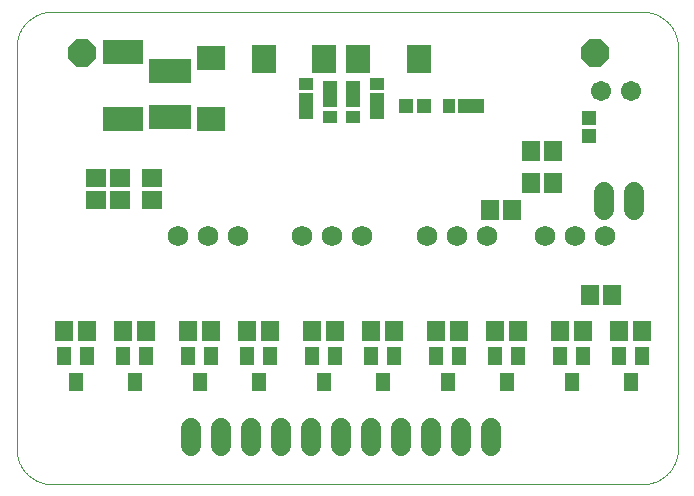
<source format=gbs>
G04 EAGLE Gerber RS-274X export*
G75*
%MOMM*%
%FSLAX35Y35*%
%LPD*%
%INsolder_mask_bottom*%
%IPPOS*%
%AMOC8*
5,1,8,0,0,1.08239X$1,22.5*%
G01*
%ADD10C,0.000000*%
%ADD11R,1.503200X1.703200*%
%ADD12R,1.203200X1.203200*%
%ADD13R,1.303200X2.203200*%
%ADD14R,1.303200X1.003200*%
%ADD15C,1.727200*%
%ADD16R,3.403200X2.003200*%
%ADD17R,3.603200X2.103200*%
%ADD18R,2.403200X2.003200*%
%ADD19R,1.703200X1.503200*%
%ADD20C,1.703200*%
%ADD21R,2.203200X1.303200*%
%ADD22R,1.003200X1.303200*%
%ADD23R,1.203200X1.603200*%
%ADD24R,2.003200X2.403200*%
%ADD25P,2.556822X8X22.500000*%
%ADD26C,1.727200*%


D10*
X5600000Y3700000D02*
X5600000Y300000D01*
X5599912Y292751D01*
X5599650Y285506D01*
X5599212Y278270D01*
X5598599Y271046D01*
X5597813Y263839D01*
X5596852Y256653D01*
X5595718Y249493D01*
X5594411Y242362D01*
X5592932Y235265D01*
X5591283Y228205D01*
X5589463Y221188D01*
X5587474Y214216D01*
X5585317Y207295D01*
X5582994Y200428D01*
X5580505Y193619D01*
X5577852Y186872D01*
X5575038Y180191D01*
X5572062Y173580D01*
X5568928Y167043D01*
X5565637Y160583D01*
X5562190Y154205D01*
X5558591Y147912D01*
X5554840Y141708D01*
X5550941Y135596D01*
X5546895Y129581D01*
X5542705Y123664D01*
X5538373Y117851D01*
X5533902Y112144D01*
X5529295Y106547D01*
X5524553Y101063D01*
X5519681Y95695D01*
X5514680Y90447D01*
X5509553Y85320D01*
X5504305Y80319D01*
X5498937Y75447D01*
X5493453Y70705D01*
X5487856Y66098D01*
X5482149Y61627D01*
X5476336Y57295D01*
X5470419Y53105D01*
X5464404Y49059D01*
X5458292Y45160D01*
X5452088Y41409D01*
X5445795Y37810D01*
X5439417Y34363D01*
X5432957Y31072D01*
X5426420Y27938D01*
X5419809Y24962D01*
X5413128Y22148D01*
X5406381Y19495D01*
X5399572Y17006D01*
X5392705Y14683D01*
X5385784Y12526D01*
X5378812Y10537D01*
X5371795Y8717D01*
X5364735Y7068D01*
X5357638Y5589D01*
X5350507Y4282D01*
X5343347Y3148D01*
X5336161Y2187D01*
X5328954Y1401D01*
X5321730Y788D01*
X5314494Y350D01*
X5307249Y88D01*
X5300000Y0D01*
X300000Y0D01*
X292751Y88D01*
X285506Y350D01*
X278270Y788D01*
X271046Y1401D01*
X263839Y2187D01*
X256653Y3148D01*
X249493Y4282D01*
X242362Y5589D01*
X235265Y7068D01*
X228205Y8717D01*
X221188Y10537D01*
X214216Y12526D01*
X207295Y14683D01*
X200428Y17006D01*
X193619Y19495D01*
X186872Y22148D01*
X180191Y24962D01*
X173580Y27938D01*
X167043Y31072D01*
X160583Y34363D01*
X154205Y37810D01*
X147912Y41409D01*
X141708Y45160D01*
X135596Y49059D01*
X129581Y53105D01*
X123664Y57295D01*
X117851Y61627D01*
X112144Y66098D01*
X106547Y70705D01*
X101063Y75447D01*
X95695Y80319D01*
X90447Y85320D01*
X85320Y90447D01*
X80319Y95695D01*
X75447Y101063D01*
X70705Y106547D01*
X66098Y112144D01*
X61627Y117851D01*
X57295Y123664D01*
X53105Y129581D01*
X49059Y135596D01*
X45160Y141708D01*
X41409Y147912D01*
X37810Y154205D01*
X34363Y160583D01*
X31072Y167043D01*
X27938Y173580D01*
X24962Y180191D01*
X22148Y186872D01*
X19495Y193619D01*
X17006Y200428D01*
X14683Y207295D01*
X12526Y214216D01*
X10537Y221188D01*
X8717Y228205D01*
X7068Y235265D01*
X5589Y242362D01*
X4282Y249493D01*
X3148Y256653D01*
X2187Y263839D01*
X1401Y271046D01*
X788Y278270D01*
X350Y285506D01*
X88Y292751D01*
X0Y300000D01*
X0Y3700000D01*
X88Y3707249D01*
X350Y3714494D01*
X788Y3721730D01*
X1401Y3728954D01*
X2187Y3736161D01*
X3148Y3743347D01*
X4282Y3750507D01*
X5589Y3757638D01*
X7068Y3764735D01*
X8717Y3771795D01*
X10537Y3778812D01*
X12526Y3785784D01*
X14683Y3792705D01*
X17006Y3799572D01*
X19495Y3806381D01*
X22148Y3813128D01*
X24962Y3819809D01*
X27938Y3826420D01*
X31072Y3832957D01*
X34363Y3839417D01*
X37810Y3845795D01*
X41409Y3852088D01*
X45160Y3858292D01*
X49059Y3864404D01*
X53105Y3870419D01*
X57295Y3876336D01*
X61627Y3882149D01*
X66098Y3887856D01*
X70705Y3893453D01*
X75447Y3898937D01*
X80319Y3904305D01*
X85320Y3909553D01*
X90447Y3914680D01*
X95695Y3919681D01*
X101063Y3924553D01*
X106547Y3929295D01*
X112144Y3933902D01*
X117851Y3938373D01*
X123664Y3942705D01*
X129581Y3946895D01*
X135596Y3950941D01*
X141708Y3954840D01*
X147912Y3958591D01*
X154205Y3962190D01*
X160583Y3965637D01*
X167043Y3968928D01*
X173580Y3972062D01*
X180191Y3975038D01*
X186872Y3977852D01*
X193619Y3980505D01*
X200428Y3982994D01*
X207295Y3985317D01*
X214216Y3987474D01*
X221188Y3989463D01*
X228205Y3991283D01*
X235265Y3992932D01*
X242362Y3994411D01*
X249493Y3995718D01*
X256653Y3996852D01*
X263839Y3997813D01*
X271046Y3998599D01*
X278270Y3999212D01*
X285506Y3999650D01*
X292751Y3999912D01*
X300000Y4000000D01*
X5300000Y4000000D01*
X5307249Y3999912D01*
X5314494Y3999650D01*
X5321730Y3999212D01*
X5328954Y3998599D01*
X5336161Y3997813D01*
X5343347Y3996852D01*
X5350507Y3995718D01*
X5357638Y3994411D01*
X5364735Y3992932D01*
X5371795Y3991283D01*
X5378812Y3989463D01*
X5385784Y3987474D01*
X5392705Y3985317D01*
X5399572Y3982994D01*
X5406381Y3980505D01*
X5413128Y3977852D01*
X5419809Y3975038D01*
X5426420Y3972062D01*
X5432957Y3968928D01*
X5439417Y3965637D01*
X5445795Y3962190D01*
X5452088Y3958591D01*
X5458292Y3954840D01*
X5464404Y3950941D01*
X5470419Y3946895D01*
X5476336Y3942705D01*
X5482149Y3938373D01*
X5487856Y3933902D01*
X5493453Y3929295D01*
X5498937Y3924553D01*
X5504305Y3919681D01*
X5509553Y3914680D01*
X5514680Y3909553D01*
X5519681Y3904305D01*
X5524553Y3898937D01*
X5529295Y3893453D01*
X5533902Y3887856D01*
X5538373Y3882149D01*
X5542705Y3876336D01*
X5546895Y3870419D01*
X5550941Y3864404D01*
X5554840Y3858292D01*
X5558591Y3852088D01*
X5562190Y3845795D01*
X5565637Y3839417D01*
X5568928Y3832957D01*
X5572062Y3826420D01*
X5575038Y3819809D01*
X5577852Y3813128D01*
X5580505Y3806381D01*
X5582994Y3799572D01*
X5585317Y3792705D01*
X5587474Y3785784D01*
X5589463Y3778812D01*
X5591283Y3771795D01*
X5592932Y3764735D01*
X5594411Y3757638D01*
X5595718Y3750507D01*
X5596852Y3743347D01*
X5597813Y3736161D01*
X5598599Y3728954D01*
X5599212Y3721730D01*
X5599650Y3714494D01*
X5599912Y3707249D01*
X5600000Y3700000D01*
D11*
X4005000Y2325000D03*
X4195000Y2325000D03*
D12*
X4850000Y3100000D03*
X4850000Y2950000D03*
X3450000Y3200000D03*
X3300000Y3200000D03*
D13*
X3050000Y3200000D03*
D14*
X3050000Y3390000D03*
D13*
X2850000Y3300000D03*
D14*
X2850000Y3110000D03*
D13*
X2450000Y3200000D03*
D14*
X2450000Y3390000D03*
D13*
X2650000Y3300000D03*
D14*
X2650000Y3110000D03*
D15*
X1371000Y2100000D03*
X1625000Y2100000D03*
X1879000Y2100000D03*
X4471000Y2100000D03*
X4725000Y2100000D03*
X4979000Y2100000D03*
X2421000Y2100000D03*
X2675000Y2100000D03*
X2929000Y2100000D03*
X3471000Y2100000D03*
X3725000Y2100000D03*
X3979000Y2100000D03*
D16*
X900000Y3655000D03*
X900000Y3095000D03*
D17*
X1300000Y3495000D03*
X1300000Y3105000D03*
D18*
X1650000Y3095000D03*
X1650000Y3605000D03*
D19*
X1150000Y2595000D03*
X1150000Y2405000D03*
X675000Y2405000D03*
X675000Y2595000D03*
X875000Y2405000D03*
X875000Y2595000D03*
D11*
X5045000Y1600000D03*
X4855000Y1600000D03*
X4545000Y2825000D03*
X4355000Y2825000D03*
X4545000Y2550000D03*
X4355000Y2550000D03*
D20*
X4948000Y3325000D03*
X5202000Y3325000D03*
D21*
X3850000Y3200000D03*
D22*
X3660000Y3200000D03*
D23*
X500000Y865000D03*
X595000Y1085000D03*
X405000Y1085000D03*
X1000000Y865000D03*
X1095000Y1085000D03*
X905000Y1085000D03*
D11*
X405000Y1300000D03*
X595000Y1300000D03*
X905000Y1300000D03*
X1095000Y1300000D03*
D23*
X1550000Y865000D03*
X1645000Y1085000D03*
X1455000Y1085000D03*
X2050000Y865000D03*
X2145000Y1085000D03*
X1955000Y1085000D03*
D11*
X1455000Y1300000D03*
X1645000Y1300000D03*
X1955000Y1300000D03*
X2145000Y1300000D03*
D23*
X2600000Y865000D03*
X2695000Y1085000D03*
X2505000Y1085000D03*
X3100000Y865000D03*
X3195000Y1085000D03*
X3005000Y1085000D03*
D11*
X2505000Y1300000D03*
X2695000Y1300000D03*
X3005000Y1300000D03*
X3195000Y1300000D03*
D23*
X3650000Y865000D03*
X3745000Y1085000D03*
X3555000Y1085000D03*
X4150000Y865000D03*
X4245000Y1085000D03*
X4055000Y1085000D03*
D11*
X3555000Y1300000D03*
X3745000Y1300000D03*
X4055000Y1300000D03*
X4245000Y1300000D03*
D23*
X4700000Y865000D03*
X4795000Y1085000D03*
X4605000Y1085000D03*
X5200000Y865000D03*
X5295000Y1085000D03*
X5105000Y1085000D03*
D11*
X4605000Y1300000D03*
X4795000Y1300000D03*
X5105000Y1300000D03*
X5295000Y1300000D03*
D24*
X2605000Y3600000D03*
X2095000Y3600000D03*
X2895000Y3600000D03*
X3405000Y3600000D03*
D25*
X4900000Y3650000D03*
X550000Y3650000D03*
D26*
X4973000Y2476200D02*
X4973000Y2323800D01*
X5227000Y2323800D02*
X5227000Y2476200D01*
X1480000Y476200D02*
X1480000Y323800D01*
X1734000Y323800D02*
X1734000Y476200D01*
X1988000Y476200D02*
X1988000Y323800D01*
X2242000Y323800D02*
X2242000Y476200D01*
X2496000Y476200D02*
X2496000Y323800D01*
X2750000Y323800D02*
X2750000Y476200D01*
X3004000Y476200D02*
X3004000Y323800D01*
X3258000Y323800D02*
X3258000Y476200D01*
X3512000Y476200D02*
X3512000Y323800D01*
X3766000Y323800D02*
X3766000Y476200D01*
X4020000Y476200D02*
X4020000Y323800D01*
M02*

</source>
